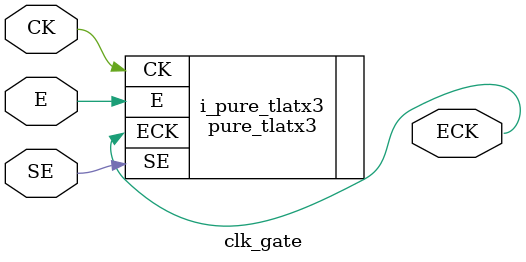
<source format=v>
module clk_gate(ECK, CK, E, SE);

output ECK; 
input  CK; 
input  E;
input  SE;

pure_tlatx3 i_pure_tlatx3 (.ECK(ECK), .CK(CK), .E(E), .SE(SE));

endmodule

</source>
